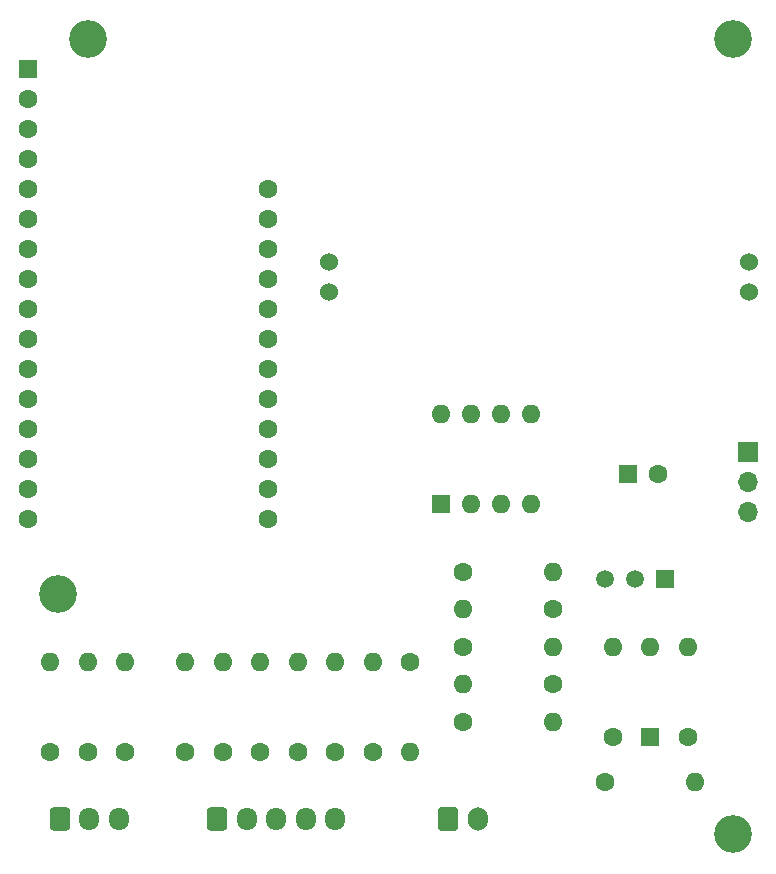
<source format=gts>
G04 #@! TF.GenerationSoftware,KiCad,Pcbnew,7.0.1-3b83917a11~172~ubuntu20.04.1*
G04 #@! TF.CreationDate,2023-04-20T11:00:22+02:00*
G04 #@! TF.ProjectId,aware,61776172-652e-46b6-9963-61645f706362,rev?*
G04 #@! TF.SameCoordinates,Original*
G04 #@! TF.FileFunction,Soldermask,Top*
G04 #@! TF.FilePolarity,Negative*
%FSLAX46Y46*%
G04 Gerber Fmt 4.6, Leading zero omitted, Abs format (unit mm)*
G04 Created by KiCad (PCBNEW 7.0.1-3b83917a11~172~ubuntu20.04.1) date 2023-04-20 11:00:22*
%MOMM*%
%LPD*%
G01*
G04 APERTURE LIST*
G04 Aperture macros list*
%AMRoundRect*
0 Rectangle with rounded corners*
0 $1 Rounding radius*
0 $2 $3 $4 $5 $6 $7 $8 $9 X,Y pos of 4 corners*
0 Add a 4 corners polygon primitive as box body*
4,1,4,$2,$3,$4,$5,$6,$7,$8,$9,$2,$3,0*
0 Add four circle primitives for the rounded corners*
1,1,$1+$1,$2,$3*
1,1,$1+$1,$4,$5*
1,1,$1+$1,$6,$7*
1,1,$1+$1,$8,$9*
0 Add four rect primitives between the rounded corners*
20,1,$1+$1,$2,$3,$4,$5,0*
20,1,$1+$1,$4,$5,$6,$7,0*
20,1,$1+$1,$6,$7,$8,$9,0*
20,1,$1+$1,$8,$9,$2,$3,0*%
G04 Aperture macros list end*
%ADD10C,1.600000*%
%ADD11O,1.600000X1.600000*%
%ADD12R,1.600000X1.600000*%
%ADD13C,3.200000*%
%ADD14R,1.700000X1.700000*%
%ADD15O,1.700000X1.700000*%
%ADD16C,1.524000*%
%ADD17RoundRect,0.250000X-0.600000X-0.750000X0.600000X-0.750000X0.600000X0.750000X-0.600000X0.750000X0*%
%ADD18O,1.700000X2.000000*%
%ADD19R,1.500000X1.500000*%
%ADD20C,1.500000*%
%ADD21RoundRect,0.250000X-0.600000X-0.725000X0.600000X-0.725000X0.600000X0.725000X-0.600000X0.725000X0*%
%ADD22O,1.700000X1.950000*%
G04 APERTURE END LIST*
D10*
X121920000Y-95885000D03*
D11*
X121920000Y-88265000D03*
D10*
X135890000Y-93345000D03*
D11*
X143510000Y-93345000D03*
D10*
X128270000Y-95885000D03*
D11*
X128270000Y-88265000D03*
D12*
X133995000Y-74920000D03*
D11*
X136535000Y-74920000D03*
X139075000Y-74920000D03*
X141615000Y-74920000D03*
X141615000Y-67300000D03*
X139075000Y-67300000D03*
X136535000Y-67300000D03*
X133995000Y-67300000D03*
D10*
X148590000Y-94615000D03*
D11*
X148590000Y-86995000D03*
D10*
X115570000Y-95885000D03*
D11*
X115570000Y-88265000D03*
D10*
X107315000Y-95885000D03*
D11*
X107315000Y-88265000D03*
D10*
X118745000Y-95885000D03*
D11*
X118745000Y-88265000D03*
D13*
X158750000Y-35560000D03*
D10*
X143510000Y-90170000D03*
D11*
X135890000Y-90170000D03*
D13*
X101600000Y-82550000D03*
D10*
X147955000Y-98425000D03*
D11*
X155575000Y-98425000D03*
D10*
X154940000Y-94615000D03*
D11*
X154940000Y-86995000D03*
D13*
X158750000Y-102870000D03*
D10*
X131445000Y-88265000D03*
D11*
X131445000Y-95885000D03*
D10*
X104140000Y-95885000D03*
D11*
X104140000Y-88265000D03*
D12*
X99060000Y-38100000D03*
D10*
X99060000Y-40640000D03*
X99060000Y-43180000D03*
X99060000Y-45720000D03*
X99060000Y-48260000D03*
X99060000Y-50800000D03*
X99060000Y-53340000D03*
X99060000Y-55880000D03*
X99060000Y-58420000D03*
X99060000Y-60960000D03*
X99060000Y-63500000D03*
X99060000Y-66040000D03*
X99060000Y-68580000D03*
X99060000Y-71120000D03*
X99060000Y-73660000D03*
X99060000Y-76200000D03*
X119380000Y-76200000D03*
X119380000Y-73660000D03*
X119380000Y-71120000D03*
X119380000Y-68580000D03*
X119380000Y-66040000D03*
X119380000Y-63500000D03*
X119380000Y-60960000D03*
X119380000Y-58420000D03*
X119380000Y-55880000D03*
X119380000Y-53340000D03*
X119380000Y-50800000D03*
X119380000Y-48260000D03*
X143510000Y-83820000D03*
D11*
X135890000Y-83820000D03*
D14*
X160020000Y-70485000D03*
D15*
X160020000Y-73025000D03*
X160020000Y-75565000D03*
D13*
X104140000Y-35560000D03*
D16*
X124510000Y-56925000D03*
X124510000Y-54385000D03*
X160070000Y-56925000D03*
X160070000Y-54385000D03*
D12*
X151765000Y-94615000D03*
D11*
X151765000Y-86995000D03*
D17*
X134660000Y-101600000D03*
D18*
X137160000Y-101600000D03*
D12*
X149900000Y-72390000D03*
D10*
X152400000Y-72390000D03*
X135890000Y-86995000D03*
D11*
X143510000Y-86995000D03*
D10*
X112395000Y-95885000D03*
D11*
X112395000Y-88265000D03*
D10*
X125095000Y-95885000D03*
D11*
X125095000Y-88265000D03*
D19*
X153035000Y-81280000D03*
D20*
X150495000Y-81280000D03*
X147955000Y-81280000D03*
D21*
X101760000Y-101600000D03*
D22*
X104260000Y-101600000D03*
X106760000Y-101600000D03*
D21*
X115095000Y-101600000D03*
D22*
X117595000Y-101600000D03*
X120095000Y-101600000D03*
X122595000Y-101600000D03*
X125095000Y-101600000D03*
D10*
X135890000Y-80645000D03*
D11*
X143510000Y-80645000D03*
D10*
X100965000Y-95885000D03*
D11*
X100965000Y-88265000D03*
M02*

</source>
